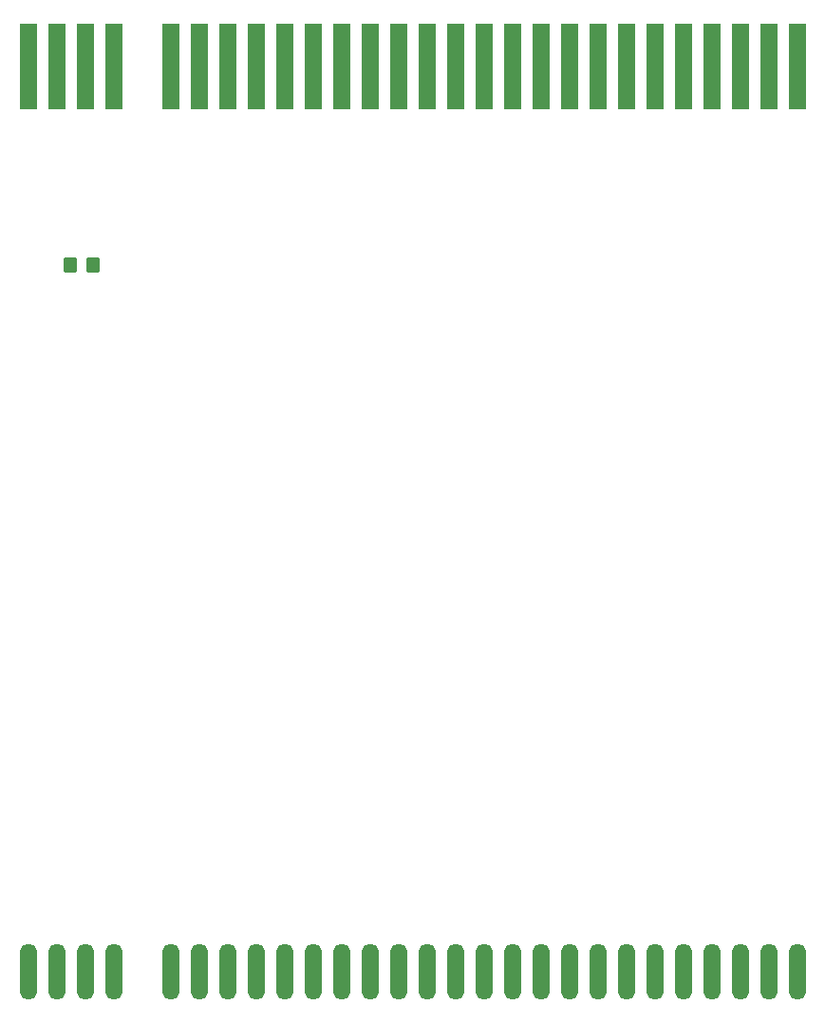
<source format=gbr>
%TF.GenerationSoftware,KiCad,Pcbnew,8.0.6-8.0.6-0~ubuntu24.04.1*%
%TF.CreationDate,2024-10-21T21:08:47+03:00*%
%TF.ProjectId,ZX Spectrum_ BUS Expander,5a582053-7065-4637-9472-756d2c204255,rev?*%
%TF.SameCoordinates,Original*%
%TF.FileFunction,Paste,Bot*%
%TF.FilePolarity,Positive*%
%FSLAX46Y46*%
G04 Gerber Fmt 4.6, Leading zero omitted, Abs format (unit mm)*
G04 Created by KiCad (PCBNEW 8.0.6-8.0.6-0~ubuntu24.04.1) date 2024-10-21 21:08:47*
%MOMM*%
%LPD*%
G01*
G04 APERTURE LIST*
G04 Aperture macros list*
%AMRoundRect*
0 Rectangle with rounded corners*
0 $1 Rounding radius*
0 $2 $3 $4 $5 $6 $7 $8 $9 X,Y pos of 4 corners*
0 Add a 4 corners polygon primitive as box body*
4,1,4,$2,$3,$4,$5,$6,$7,$8,$9,$2,$3,0*
0 Add four circle primitives for the rounded corners*
1,1,$1+$1,$2,$3*
1,1,$1+$1,$4,$5*
1,1,$1+$1,$6,$7*
1,1,$1+$1,$8,$9*
0 Add four rect primitives between the rounded corners*
20,1,$1+$1,$2,$3,$4,$5,0*
20,1,$1+$1,$4,$5,$6,$7,0*
20,1,$1+$1,$6,$7,$8,$9,0*
20,1,$1+$1,$8,$9,$2,$3,0*%
G04 Aperture macros list end*
%ADD10RoundRect,0.250000X0.350000X0.450000X-0.350000X0.450000X-0.350000X-0.450000X0.350000X-0.450000X0*%
%ADD11RoundRect,0.762000X-0.000010X-1.738000X0.000010X-1.738000X0.000010X1.738000X-0.000010X1.738000X0*%
%ADD12R,1.524000X7.620000*%
G04 APERTURE END LIST*
D10*
%TO.C,R4*%
X111236000Y-73431400D03*
X109236000Y-73431400D03*
%TD*%
D11*
%TO.C,Z1*%
X105486200Y-136398000D03*
X108026200Y-136398000D03*
X110566200Y-136398000D03*
X113106200Y-136398000D03*
X118186200Y-136398000D03*
X120726200Y-136398000D03*
X123266200Y-136398000D03*
X125806200Y-136398000D03*
X128346200Y-136398000D03*
X130886200Y-136398000D03*
X133426200Y-136398000D03*
X135966200Y-136398000D03*
X138506200Y-136398000D03*
X141046200Y-136398000D03*
X143586200Y-136398000D03*
X146126200Y-136398000D03*
X148666200Y-136398000D03*
X151206200Y-136398000D03*
X153746200Y-136398000D03*
X156286200Y-136398000D03*
X158826200Y-136398000D03*
X161366200Y-136398000D03*
X163906200Y-136398000D03*
X166446200Y-136398000D03*
X168986200Y-136398000D03*
X171526200Y-136398000D03*
X174066200Y-136398000D03*
%TD*%
D12*
%TO.C,Z2*%
X105486200Y-55753000D03*
X108026200Y-55753000D03*
X110566200Y-55753000D03*
X113106200Y-55753000D03*
X118186200Y-55753000D03*
X120726200Y-55753000D03*
X123266200Y-55753000D03*
X125806200Y-55753000D03*
X128346200Y-55753000D03*
X130886200Y-55753000D03*
X133426200Y-55753000D03*
X135966200Y-55753000D03*
X138506200Y-55753000D03*
X141046200Y-55753000D03*
X143586200Y-55753000D03*
X146126200Y-55753000D03*
X148666200Y-55753000D03*
X151206200Y-55753000D03*
X153746200Y-55753000D03*
X156286200Y-55753000D03*
X158826200Y-55753000D03*
X161366200Y-55753000D03*
X163906200Y-55753000D03*
X166446200Y-55753000D03*
X168986200Y-55753000D03*
X171526200Y-55753000D03*
X174066200Y-55753000D03*
%TD*%
M02*

</source>
